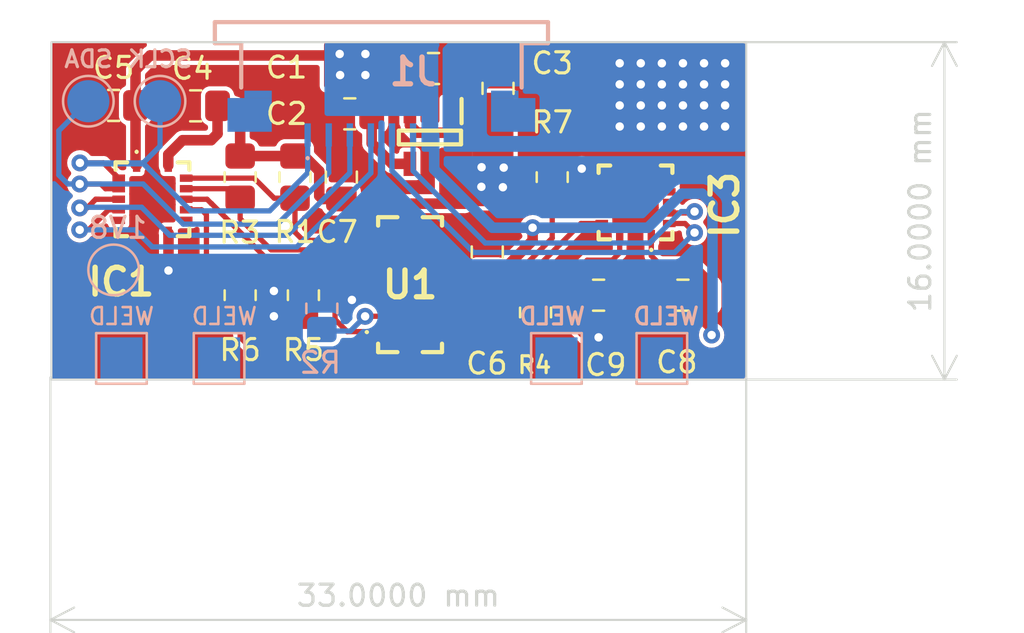
<source format=kicad_pcb>
(kicad_pcb (version 20221018) (generator pcbnew)
  (layers (0 "F.Cu" signal) (31 "B.Cu" signal) (34 "B.Paste" user) (35 "F.Paste" user) (36 "B.SilkS" user "B.Silkscreen") (37 "F.SilkS" user "F.Silkscreen") (38 "B.Mask" user) (39 "F.Mask" user) (44 "Edge.Cuts" user))
  (net 0 "")
  (net 1 "+3V3")
  (net 2 "GND")
  (net 3 "Net-(IC2-BYP{slash}ADJ)")
  (net 4 "+1V8")
  (net 5 "INT")
  (net 6 "SYNC")
  (net 7 "SDA")
  (net 8 "SCLCK")
  (net 11 "DUT_SCLCK")
  (net 12 "DUT_SDA")
  (net 13 "DUT_SYNC")
  (net 14 "DUT_INT")
  (net 15 "I2C_RESET")
  (net 16 "NCS")
  (net 23 "DUT_NCS")
  (net 24 "DUT_I2C_RESET")
  (net 25 "Net-(U1-XSHUT)")
  (footprint "Capacitor_SMD:C_0805_2012Metric_Pad1.18x1.45mm_HandSolder" (layer "F.Cu") (at 125 62 180)
    (fp_text reference "C5" (at 0 1.78) (layer "F.SilkS"))
    (fp_text value "100nF")
    (fp_line (start -0.261252 -0.735) (end 0.261252 -0.735) (stroke (width 0.12)) (layer "F.SilkS"))
    (fp_line (start -0.261252 0.735) (end 0.261252 0.735) (stroke (width 0.12)) (layer "F.SilkS"))
    (pad "1" smd roundrect (at -1.0375 0 180) (size 1.175 1.45) (layers "F.Cu" "F.Paste" "F.Mask") (roundrect_rratio 0.212766) (net 1 "+3V3"))
    (pad "2" smd roundrect (at 1.0375 0 180) (size 1.175 1.45) (layers "F.Cu" "F.Paste" "F.Mask") (roundrect_rratio 0.212766) (net 2 "GND"))
  )
  (footprint "Capacitor_SMD:C_0805_2012Metric_Pad1.18x1.45mm_HandSolder" (layer "F.Cu") (at 143.23 61.19 90)
    (fp_text reference "C3" (at 1.19 2.57 180) (layer "F.SilkS"))
    (fp_text value "100nF")
    (fp_line (start -0.261252 -0.735) (end 0.261252 -0.735) (stroke (width 0.12)) (layer "F.SilkS"))
    (fp_line (start -0.261252 0.735) (end 0.261252 0.735) (stroke (width 0.12)) (layer "F.SilkS"))
    (pad "1" smd roundrect (at -1.0375 0 90) (size 1.175 1.45) (layers "F.Cu" "F.Paste" "F.Mask") (roundrect_rratio 0.212766) (net 4 "+1V8"))
    (pad "2" smd roundrect (at 1.0375 0 90) (size 1.175 1.45) (layers "F.Cu" "F.Paste" "F.Mask") (roundrect_rratio 0.212766) (net 2 "GND"))
  )
  (footprint "SamacSys_Parts:VL53L8CXV0GC1" (layer "F.Cu") (at 139.058 70.5)
    (fp_text reference "U1" (at 0 0) (layer "F.SilkS") (effects (font (size 1.27 1.27) (thickness 0.254))))
    (fp_text value "VL53L8CXV0GC_1" hide)
    (fp_line (start -2.1 2.25) (end -2.1 2.25) (stroke (width 0.1)) (layer "F.SilkS"))
    (fp_line (start -2 2.25) (end -2 2.25) (stroke (width 0.1)) (layer "F.SilkS"))
    (fp_line (start -1.515 -3.2) (end -0.6 -3.2) (stroke (width 0.2)) (layer "F.SilkS"))
    (fp_line (start -1.515 -2.8) (end -1.515 -3.2) (stroke (width 0.2)) (layer "F.SilkS"))
    (fp_line (start -1.515 2.8) (end -1.515 3.2) (stroke (width 0.2)) (layer "F.SilkS"))
    (fp_line (start -1.515 3.2) (end -0.6 3.2) (stroke (width 0.2)) (layer "F.SilkS"))
    (fp_line (start 0.6 -3.2) (end 1.515 -3.2) (stroke (width 0.2)) (layer "F.SilkS"))
    (fp_line (start 1.515 -3.2) (end 1.515 -2.8) (stroke (width 0.2)) (layer "F.SilkS"))
    (fp_line (start 1.515 2.8) (end 1.515 3.2) (stroke (width 0.2)) (layer "F.SilkS"))
    (fp_line (start 1.515 3.2) (end 0.6 3.2) (stroke (width 0.2)) (layer "F.SilkS"))
    (fp_arc (start -2.1 2.25) (mid -2.05 2.2) (end -2 2.25) (stroke (width 0.1)) (layer "F.SilkS"))
    (fp_arc (start -2 2.25) (mid -2.05 2.3) (end -2.1 2.25) (stroke (width 0.1)) (layer "F.SilkS"))
    (pad "1" smd rect (at -0.9 2.55 90) (size 0.1 0.2) (layers "F.Cu" "F.Paste" "F.Mask"))
    (pad "A1" smd rect (at -1.058 2.25 90) (size 0.5 0.515) (layers "F.Cu" "F.Paste" "F.Mask") (net 14 "DUT_INT"))
    (pad "A2" smd rect (at -1.058 1.5 90) (size 0.5 0.515) (layers "F.Cu" "F.Paste" "F.Mask") (net 25 "Net-(U1-XSHUT)"))
    (pad "A3" smd rect (at -1.058 0.75 90) (size 0.5 0.515) (layers "F.Cu" "F.Paste" "F.Mask") (net 4 "+1V8"))
    (pad "A4" smd rect (at -1.058 0 90) (size 0.5 0.515) (layers "F.Cu" "F.Paste" "F.Mask") (net 12 "DUT_SDA"))
    (pad "A5" smd rect (at -1.058 -0.75 90) (size 0.5 0.515) (layers "F.Cu" "F.Paste" "F.Mask") (net 11 "DUT_SCLCK"))
    (pad "A6" smd rect (at -1.058 -1.5 90) (size 0.5 0.515) (layers "F.Cu" "F.Paste" "F.Mask") (net 2 "GND"))
    (pad "A7" smd rect (at -1.058 -2.25 90) (size 0.5 0.515) (layers "F.Cu" "F.Paste" "F.Mask") (net 2 "GND"))
    (pad "B1" smd rect (at 0 2.668) (size 0.5 0.535) (layers "F.Cu" "F.Paste" "F.Mask") (net 13 "DUT_SYNC"))
    (pad "B4" smd rect (at 0 0) (size 1.2 2.316) (layers "F.Cu" "F.Paste" "F.Mask") (net 2 "GND"))
    (pad "B7" smd rect (at 0 -2.668) (size 0.5 0.535) (layers "F.Cu" "F.Paste" "F.Mask") (net 4 "+1V8"))
    (pad "C1" smd rect (at 1.058 2.25 90) (size 0.5 0.515) (layers "F.Cu" "F.Paste" "F.Mask") (net 24 "DUT_I2C_RESET"))
    (pad "C2" smd rect (at 1.058 1.5 90) (size 0.5 0.515) (layers "F.Cu" "F.Paste" "F.Mask") (net 23 "DUT_NCS"))
    (pad "C3" smd rect (at 1.058 0.75 90) (size 0.5 0.515) (layers "F.Cu" "F.Paste" "F.Mask") (net 2 "GND"))
    (pad "C4" smd rect (at 1.058 0 90) (size 0.5 0.515) (layers "F.Cu" "F.Paste" "F.Mask") (net 1 "+3V3"))
    (pad "C5" smd rect (at 1.058 -0.75 90) (size 0.5 0.515) (layers "F.Cu" "F.Paste" "F.Mask"))
    (pad "C6" smd rect (at 1.058 -1.5 90) (size 0.5 0.515) (layers "F.Cu" "F.Paste" "F.Mask") (net 2 "GND"))
    (pad "C7" smd rect (at 1.058 -2.25 90) (size 0.5 0.515) (layers "F.Cu" "F.Paste" "F.Mask") (net 2 "GND"))
  )
  (footprint "Capacitor_SMD:C_0805_2012Metric_Pad1.18x1.45mm_HandSolder" (layer "F.Cu") (at 152 71 180)
    (fp_text reference "C8" (at 0.29 -3.18) (layer "F.SilkS"))
    (fp_text value "4uF7")
    (fp_line (start -0.261252 -0.735) (end 0.261252 -0.735) (stroke (width 0.12)) (layer "F.SilkS"))
    (fp_line (start -0.261252 0.735) (end 0.261252 0.735) (stroke (width 0.12)) (layer "F.SilkS"))
    (pad "1" smd roundrect (at -1.0375 0 180) (size 1.175 1.45) (layers "F.Cu" "F.Paste" "F.Mask") (roundrect_rratio 0.212766) (net 1 "+3V3"))
    (pad "2" smd roundrect (at 1.0375 0 180) (size 1.175 1.45) (layers "F.Cu" "F.Paste" "F.Mask") (roundrect_rratio 0.212766) (net 2 "GND"))
  )
  (footprint "Resistor_SMD:R_0805_2012Metric_Pad1.20x1.40mm_HandSolder" (layer "F.Cu") (at 131 65.4 90)
    (fp_text reference "R3" (at -2.63 -0.02 180) (layer "F.SilkS"))
    (fp_text value "47K")
    (fp_line (start -0.227064 -0.735) (end 0.227064 -0.735) (stroke (width 0.12)) (layer "F.SilkS"))
    (fp_line (start -0.227064 0.735) (end 0.227064 0.735) (stroke (width 0.12)) (layer "F.SilkS"))
    (pad "1" smd roundrect (at -1 0 90) (size 1.2 1.4) (layers "F.Cu" "F.Paste" "F.Mask") (roundrect_rratio 0.208333) (net 12 "DUT_SDA"))
    (pad "2" smd roundrect (at 1 0 90) (size 1.2 1.4) (layers "F.Cu" "F.Paste" "F.Mask") (roundrect_rratio 0.208333) (net 4 "+1V8"))
  )
  (footprint "SamacSys_Parts:PI4ULS3V204ZBEX" (layer "F.Cu") (at 126.84 66.45 -90)
    (fp_text reference "IC1" (at 3.92 1.48 -180) (layer "F.SilkS") (effects (font (size 1.27 1.27) (thickness 0.254))))
    (fp_text value "PI4ULS3V204ZBEX" hide)
    (fp_line (start -2.3 0.75) (end -2.3 0.75) (stroke (width 0.1)) (layer "F.SilkS"))
    (fp_line (start -2.2 0.75) (end -2.2 0.75) (stroke (width 0.1)) (layer "F.SilkS"))
    (fp_line (start -1.75 -1.75) (end -1.4 -1.75) (stroke (width 0.2)) (layer "F.SilkS"))
    (fp_line (start -1.75 -1.2) (end -1.75 -1.75) (stroke (width 0.2)) (layer "F.SilkS"))
    (fp_line (start -1.75 1.2) (end -1.75 1.75) (stroke (width 0.2)) (layer "F.SilkS"))
    (fp_line (start -1.75 1.75) (end -1.4 1.75) (stroke (width 0.2)) (layer "F.SilkS"))
    (fp_line (start 1.4 1.75) (end 1.75 1.75) (stroke (width 0.2)) (layer "F.SilkS"))
    (fp_line (start 1.75 -1.75) (end 1.4 -1.75) (stroke (width 0.2)) (layer "F.SilkS"))
    (fp_line (start 1.75 -1.2) (end 1.75 -1.75) (stroke (width 0.2)) (layer "F.SilkS"))
    (fp_line (start 1.75 1.75) (end 1.75 1.2) (stroke (width 0.2)) (layer "F.SilkS"))
    (fp_arc (start -2.3 0.75) (mid -2.25 0.7) (end -2.2 0.75) (stroke (width 0.1)) (layer "F.SilkS"))
    (fp_arc (start -2.2 0.75) (mid -2.25 0.8) (end -2.3 0.75) (stroke (width 0.1)) (layer "F.SilkS"))
    (pad "1" smd rect (at -1.6 0.75) (size 0.35 0.6) (layers "F.Cu" "F.Paste" "F.Mask") (net 1 "+3V3"))
    (pad "2" smd rect (at -1 1.6 270) (size 0.35 0.6) (layers "F.Cu" "F.Paste" "F.Mask") (net 8 "SCLCK"))
    (pad "3" smd rect (at -0.5 1.6 270) (size 0.35 0.6) (layers "F.Cu" "F.Paste" "F.Mask") (net 7 "SDA"))
    (pad "4" smd rect (at 0 1.6 270) (size 0.35 0.6) (layers "F.Cu" "F.Paste" "F.Mask") (net 5 "INT"))
    (pad "5" smd rect (at 0.5 1.6 270) (size 0.35 0.6) (layers "F.Cu" "F.Paste" "F.Mask") (net 6 "SYNC"))
    (pad "6" smd rect (at 1 1.6 270) (size 0.35 0.6) (layers "F.Cu" "F.Paste" "F.Mask"))
    (pad "7" smd rect (at 1.6 0.75) (size 0.35 0.6) (layers "F.Cu" "F.Paste" "F.Mask") (net 2 "GND"))
    (pad "8" smd rect (at 1.6 -0.75) (size 0.35 0.6) (layers "F.Cu" "F.Paste" "F.Mask") (net 4 "+1V8"))
    (pad "9" smd rect (at 1 -1.6 270) (size 0.35 0.6) (layers "F.Cu" "F.Paste" "F.Mask"))
    (pad "10" smd rect (at 0.5 -1.6 270) (size 0.35 0.6) (layers "F.Cu" "F.Paste" "F.Mask") (net 13 "DUT_SYNC"))
    (pad "11" smd rect (at 0 -1.6 270) (size 0.35 0.6) (layers "F.Cu" "F.Paste" "F.Mask") (net 14 "DUT_INT"))
    (pad "12" smd rect (at -0.5 -1.6 270) (size 0.35 0.6) (layers "F.Cu" "F.Paste" "F.Mask") (net 12 "DUT_SDA"))
    (pad "13" smd rect (at -1 -1.6 270) (size 0.35 0.6) (layers "F.Cu" "F.Paste" "F.Mask") (net 11 "DUT_SCLCK"))
    (pad "14" smd rect (at -1.6 -0.75) (size 0.35 0.6) (layers "F.Cu" "F.Paste" "F.Mask") (net 4 "+1V8"))
    (pad "15" smd rect (at 0 0 270) (size 2.1 2.1) (layers "F.Cu" "F.Paste" "F.Mask") (net 2 "GND"))
  )
  (footprint "Capacitor_SMD:C_0805_2012Metric_Pad1.18x1.45mm_HandSolder" (layer "F.Cu") (at 135.8 65.4 90)
    (fp_text reference "C7" (at -2.6 -0.2) (layer "F.SilkS"))
    (fp_text value "100nF")
    (fp_line (start -0.261252 -0.735) (end 0.261252 -0.735) (stroke (width 0.12)) (layer "F.SilkS"))
    (fp_line (start -0.261252 0.735) (end 0.261252 0.735) (stroke (width 0.12)) (layer "F.SilkS"))
    (pad "1" smd roundrect (at -1.0375 0 90) (size 1.175 1.45) (layers "F.Cu" "F.Paste" "F.Mask") (roundrect_rratio 0.212766) (net 4 "+1V8"))
    (pad "2" smd roundrect (at 1.0375 0 90) (size 1.175 1.45) (layers "F.Cu" "F.Paste" "F.Mask") (roundrect_rratio 0.212766) (net 2 "GND"))
  )
  (footprint "Resistor_SMD:R_0805_2012Metric_Pad1.20x1.40mm_HandSolder" (layer "F.Cu") (at 131 71 90)
    (fp_text reference "R6" (at -2.6 0 180) (layer "F.SilkS"))
    (fp_text value "2K2")
    (fp_line (start -0.227064 -0.735) (end 0.227064 -0.735) (stroke (width 0.12)) (layer "F.SilkS"))
    (fp_line (start -0.227064 0.735) (end 0.227064 0.735) (stroke (width 0.12)) (layer "F.SilkS"))
    (pad "1" smd roundrect (at -1 0 90) (size 1.2 1.4) (layers "F.Cu" "F.Paste" "F.Mask") (roundrect_rratio 0.208333) (net 13 "DUT_SYNC"))
    (pad "2" smd roundrect (at 1 0 90) (size 1.2 1.4) (layers "F.Cu" "F.Paste" "F.Mask") (roundrect_rratio 0.208333) (net 4 "+1V8"))
  )
  (footprint "Resistor_SMD:R_0805_2012Metric_Pad1.20x1.40mm_HandSolder" (layer "F.Cu") (at 145.01 71.82 -90)
    (fp_text reference "R4" (at 2.49 0.05) (layer "F.SilkS") (effects (font (size 0.8 0.8))))
    (fp_text value "47K")
    (fp_line (start -0.227064 -0.735) (end 0.227064 -0.735) (stroke (width 0.12)) (layer "F.SilkS"))
    (fp_line (start -0.227064 0.735) (end 0.227064 0.735) (stroke (width 0.12)) (layer "F.SilkS"))
    (pad "1" smd roundrect (at -1 0 270) (size 1.2 1.4) (layers "F.Cu" "F.Paste" "F.Mask") (roundrect_rratio 0.208333) (net 24 "DUT_I2C_RESET"))
    (pad "2" smd roundrect (at 1 0 270) (size 1.2 1.4) (layers "F.Cu" "F.Paste" "F.Mask") (roundrect_rratio 0.208333) (net 2 "GND"))
  )
  (footprint "Capacitor_SMD:C_0805_2012Metric_Pad1.18x1.45mm_HandSolder" (layer "F.Cu") (at 128.89 62.02 180)
    (fp_text reference "C4" (at 0.15 1.76) (layer "F.SilkS"))
    (fp_text value "100nF")
    (fp_line (start -0.261252 -0.735) (end 0.261252 -0.735) (stroke (width 0.12)) (layer "F.SilkS"))
    (fp_line (start -0.261252 0.735) (end 0.261252 0.735) (stroke (width 0.12)) (layer "F.SilkS"))
    (pad "1" smd roundrect (at -1.0375 0 180) (size 1.175 1.45) (layers "F.Cu" "F.Paste" "F.Mask") (roundrect_rratio 0.212766) (net 4 "+1V8"))
    (pad "2" smd roundrect (at 1.0375 0 180) (size 1.175 1.45) (layers "F.Cu" "F.Paste" "F.Mask") (roundrect_rratio 0.212766) (net 2 "GND"))
  )
  (footprint "Resistor_SMD:R_0805_2012Metric_Pad1.20x1.40mm_HandSolder" (layer "F.Cu") (at 133.6 65.4 90)
    (fp_text reference "R1" (at -2.6 0) (layer "F.SilkS"))
    (fp_text value "47K")
    (fp_line (start -0.227064 -0.735) (end 0.227064 -0.735) (stroke (width 0.12)) (layer "F.SilkS"))
    (fp_line (start -0.227064 0.735) (end 0.227064 0.735) (stroke (width 0.12)) (layer "F.SilkS"))
    (pad "1" smd roundrect (at -1 0 90) (size 1.2 1.4) (layers "F.Cu" "F.Paste" "F.Mask") (roundrect_rratio 0.208333) (net 11 "DUT_SCLCK"))
    (pad "2" smd roundrect (at 1 0 90) (size 1.2 1.4) (layers "F.Cu" "F.Paste" "F.Mask") (roundrect_rratio 0.208333) (net 4 "+1V8"))
  )
  (footprint "Capacitor_SMD:C_0805_2012Metric_Pad1.18x1.45mm_HandSolder" (layer "F.Cu") (at 148 71 180)
    (fp_text reference "C9" (at -0.34 -3.31) (layer "F.SilkS"))
    (fp_text value "100nF")
    (fp_line (start -0.261252 -0.735) (end 0.261252 -0.735) (stroke (width 0.12)) (layer "F.SilkS"))
    (fp_line (start -0.261252 0.735) (end 0.261252 0.735) (stroke (width 0.12)) (layer "F.SilkS"))
    (pad "1" smd roundrect (at -1.0375 0 180) (size 1.175 1.45) (layers "F.Cu" "F.Paste" "F.Mask") (roundrect_rratio 0.212766) (net 2 "GND"))
    (pad "2" smd roundrect (at 1.0375 0 180) (size 1.175 1.45) (layers "F.Cu" "F.Paste" "F.Mask") (roundrect_rratio 0.212766) (net 4 "+1V8"))
  )
  (footprint "Capacitor_SMD:C_0805_2012Metric_Pad1.18x1.45mm_HandSolder" (layer "F.Cu") (at 136.2 62.4 180)
    (fp_text reference "C2" (at 3 0 180) (layer "F.SilkS"))
    (fp_text value "100nF")
    (fp_line (start -0.261252 -0.735) (end 0.261252 -0.735) (stroke (width 0.12)) (layer "F.SilkS"))
    (fp_line (start -0.261252 0.735) (end 0.261252 0.735) (stroke (width 0.12)) (layer "F.SilkS"))
    (pad "1" smd roundrect (at -1.0375 0 180) (size 1.175 1.45) (layers "F.Cu" "F.Paste" "F.Mask") (roundrect_rratio 0.212766) (net 3 "Net-(IC2-BYP{slash}ADJ)"))
    (pad "2" smd roundrect (at 1.0375 0 180) (size 1.175 1.45) (layers "F.Cu" "F.Paste" "F.Mask") (roundrect_rratio 0.212766) (net 2 "GND"))
  )
  (footprint "Resistor_SMD:R_0805_2012Metric_Pad1.20x1.40mm_HandSolder" (layer "F.Cu") (at 134 71 -90)
    (fp_text reference "R5" (at 2.6 0 -180) (layer "F.SilkS"))
    (fp_text value "2K2")
    (fp_line (start -0.227064 -0.735) (end 0.227064 -0.735) (stroke (width 0.12)) (layer "F.SilkS"))
    (fp_line (start -0.227064 0.735) (end 0.227064 0.735) (stroke (width 0.12)) (layer "F.SilkS"))
    (pad "1" smd roundrect (at -1 0 270) (size 1.2 1.4) (layers "F.Cu" "F.Paste" "F.Mask") (roundrect_rratio 0.208333) (net 14 "DUT_INT"))
    (pad "2" smd roundrect (at 1 0 270) (size 1.2 1.4) (layers "F.Cu" "F.Paste" "F.Mask") (roundrect_rratio 0.208333) (net 4 "+1V8"))
  )
  (footprint "Capacitor_SMD:C_0805_2012Metric_Pad1.18x1.45mm_HandSolder" (layer "F.Cu") (at 142.72 68.95 90)
    (fp_text reference "C6" (at -5.29 -0.02 180) (layer "F.SilkS"))
    (fp_text value "100nF")
    (fp_line (start -0.261252 -0.735) (end 0.261252 -0.735) (stroke (width 0.12)) (layer "F.SilkS"))
    (fp_line (start -0.261252 0.735) (end 0.261252 0.735) (stroke (width 0.12)) (layer "F.SilkS"))
    (pad "1" smd roundrect (at -1.0375 0 90) (size 1.175 1.45) (layers "F.Cu" "F.Paste" "F.Mask") (roundrect_rratio 0.212766) (net 1 "+3V3"))
    (pad "2" smd roundrect (at 1.0375 0 90) (size 1.175 1.45) (layers "F.Cu" "F.Paste" "F.Mask") (roundrect_rratio 0.212766) (net 2 "GND"))
  )
  (footprint "SamacSys_Parts:PI4ULS3V204ZBEX" (layer "F.Cu") (at 149.75 66.6 90)
    (fp_text reference "IC3" (at -0.12 4.23 90) (layer "F.SilkS") (effects (font (size 1.27 1.27) (thickness 0.254))))
    (fp_text value "PI4ULS3V204ZBEX" hide)
    (fp_line (start -2.3 0.75) (end -2.3 0.75) (stroke (width 0.1)) (layer "F.SilkS"))
    (fp_line (start -2.2 0.75) (end -2.2 0.75) (stroke (width 0.1)) (layer "F.SilkS"))
    (fp_line (start -1.75 -1.75) (end -1.4 -1.75) (stroke (width 0.2)) (layer "F.SilkS"))
    (fp_line (start -1.75 -1.2) (end -1.75 -1.75) (stroke (width 0.2)) (layer "F.SilkS"))
    (fp_line (start -1.75 1.2) (end -1.75 1.75) (stroke (width 0.2)) (layer "F.SilkS"))
    (fp_line (start -1.75 1.75) (end -1.4 1.75) (stroke (width 0.2)) (layer "F.SilkS"))
    (fp_line (start 1.4 1.75) (end 1.75 1.75) (stroke (width 0.2)) (layer "F.SilkS"))
    (fp_line (start 1.75 -1.75) (end 1.4 -1.75) (stroke (width 0.2)) (layer "F.SilkS"))
    (fp_line (start 1.75 -1.2) (end 1.75 -1.75) (stroke (width 0.2)) (layer "F.SilkS"))
    (fp_line (start 1.75 1.75) (end 1.75 1.2) (stroke (width 0.2)) (layer "F.SilkS"))
    (fp_arc (start -2.3 0.75) (mid -2.25 0.7) (end -2.2 0.75) (stroke (width 0.1)) (layer "F.SilkS"))
    (fp_arc (start -2.2 0.75) (mid -2.25 0.8) (end -2.3 0.75) (stroke (width 0.1)) (layer "F.SilkS"))
    (pad "1" smd rect (at -1.6 0.75 180) (size 0.35 0.6) (layers "F.Cu" "F.Paste" "F.Mask") (net 1 "+3V3"))
    (pad "2" smd rect (at -1 1.6 90) (size 0.35 0.6) (layers "F.Cu" "F.Paste" "F.Mask") (net 15 "I2C_RESET"))
    (pad "3" smd rect (at -0.5 1.6 90) (size 0.35 0.6) (layers "F.Cu" "F.Paste" "F.Mask") (net 16 "NCS"))
    (pad "4" smd rect (at 0 1.6 90) (size 0.35 0.6) (layers "F.Cu" "F.Paste" "F.Mask"))
    (pad "5" smd rect (at 0.5 1.6 90) (size 0.35 0.6) (layers "F.Cu" "F.Paste" "F.Mask"))
    (pad "6" smd rect (at 1 1.6 90) (size 0.35 0.6) (layers "F.Cu" "F.Paste" "F.Mask"))
    (pad "7" smd rect (at 1.6 0.75 180) (size 0.35 0.6) (layers "F.Cu" "F.Paste" "F.Mask") (net 2 "GND"))
    (pad "8" smd rect (at 1.6 -0.75 180) (size 0.35 0.6) (layers "F.Cu" "F.Paste" "F.Mask") (net 4 "+1V8"))
    (pad "9" smd rect (at 1 -1.6 90) (size 0.35 0.6) (layers "F.Cu" "F.Paste" "F.Mask"))
    (pad "10" smd rect (at 0.5 -1.6 90) (size 0.35 0.6) (layers "F.Cu" "F.Paste" "F.Mask"))
    (pad "11" smd rect (at 0 -1.6 90) (size 0.35 0.6) (layers "F.Cu" "F.Paste" "F.Mask"))
    (pad "12" smd rect (at -0.5 -1.6 90) (size 0.35 0.6) (layers "F.Cu" "F.Paste" "F.Mask") (net 23 "DUT_NCS"))
    (pad "13" smd rect (at -1 -1.6 90) (size 0.35 0.6) (layers "F.Cu" "F.Paste" "F.Mask") (net 24 "DUT_I2C_RESET"))
    (pad "14" smd rect (at -1.6 -0.75 180) (size 0.35 0.6) (layers "F.Cu" "F.Paste" "F.Mask") (net 4 "+1V8"))
    (pad "15" smd rect (at 0 0 90) (size 2.1 2.1) (layers "F.Cu" "F.Paste" "F.Mask") (net 2 "GND"))
  )
  (footprint "SamacSys_Parts:SOT95P280X145-5N" (layer "F.Cu") (at 140 63.52 -90)
    (fp_text reference "IC2" hide)
    (fp_text value "LDK130M18RY" hide)
    (fp_line (start -1.825 -1.5) (end -0.675 -1.5) (stroke (width 0.2)) (layer "F.SilkS"))
    (fp_line (start -0.325 -1.475) (end 0.325 -1.475) (stroke (width 0.2)) (layer "F.SilkS"))
    (fp_line (start -0.325 1.475) (end -0.325 -1.475) (stroke (width 0.2)) (layer "F.SilkS"))
    (fp_line (start 0.325 -1.475) (end 0.325 1.475) (stroke (width 0.2)) (layer "F.SilkS"))
    (fp_line (start 0.325 1.475) (end -0.325 1.475) (stroke (width 0.2)) (layer "F.SilkS"))
    (pad "1" smd rect (at -1.25 -0.95) (size 0.6 1.15) (layers "F.Cu" "F.Paste" "F.Mask") (net 1 "+3V3"))
    (pad "2" smd rect (at -1.25 0) (size 0.6 1.15) (layers "F.Cu" "F.Paste" "F.Mask") (net 2 "GND"))
    (pad "3" smd rect (at -1.25 0.95) (size 0.6 1.15) (layers "F.Cu" "F.Paste" "F.Mask") (net 1 "+3V3"))
    (pad "4" smd rect (at 1.25 0.95) (size 0.6 1.15) (layers "F.Cu" "F.Paste" "F.Mask") (net 3 "Net-(IC2-BYP{slash}ADJ)"))
    (pad "5" smd rect (at 1.25 -0.95) (size 0.6 1.15) (layers "F.Cu" "F.Paste" "F.Mask") (net 4 "+1V8"))
  )
  (footprint "Capacitor_SMD:C_0805_2012Metric_Pad1.18x1.45mm_HandSolder" (layer "F.Cu") (at 140.17 60.25)
    (fp_text reference "C1" (at -6.97 -0.05 180) (layer "F.SilkS"))
    (fp_text value "100nF")
    (fp_line (start -0.261252 -0.735) (end 0.261252 -0.735) (stroke (width 0.12)) (layer "F.SilkS"))
    (fp_line (start -0.261252 0.735) (end 0.261252 0.735) (stroke (width 0.12)) (layer "F.SilkS"))
    (pad "1" smd roundrect (at -1.0375 0) (size 1.175 1.45) (layers "F.Cu" "F.Paste" "F.Mask") (roundrect_rratio 0.212766) (net 1 "+3V3"))
    (pad "2" smd roundrect (at 1.0375 0) (size 1.175 1.45) (layers "F.Cu" "F.Paste" "F.Mask") (roundrect_rratio 0.212766) (net 2 "GND"))
  )
  (footprint "Resistor_SMD:R_0805_2012Metric_Pad1.20x1.40mm_HandSolder" (layer "F.Cu") (at 145.8 65.4 90)
    (fp_text reference "R7" (at 2.6 0) (layer "F.SilkS"))
    (fp_text value "47K")
    (fp_line (start -0.227064 -0.735) (end 0.227064 -0.735) (stroke (width 0.12)) (layer "F.SilkS"))
    (fp_line (start -0.227064 0.735) (end 0.227064 0.735) (stroke (width 0.12)) (layer "F.SilkS"))
    (pad "1" smd roundrect (at -1 0 90) (size 1.2 1.4) (layers "F.Cu" "F.Paste" "F.Mask") (roundrect_rratio 0.208333) (net 23 "DUT_NCS"))
    (pad "2" smd roundrect (at 1 0 90) (size 1.2 1.4) (layers "F.Cu" "F.Paste" "F.Mask") (roundrect_rratio 0.208333) (net 2 "GND"))
  )
  (footprint "Resistor_SMD:R_0805_2012Metric_Pad1.20x1.40mm_HandSolder" (layer "B.Cu") (at 134.874 71.628 90)
    (fp_text reference "R2" (at -2.572 -0.074 180) (layer "B.SilkS") (effects (justify mirror)))
    (fp_text value "47K")
    (fp_line (start -0.227064 -0.735) (end 0.227064 -0.735) (stroke (width 0.12)) (layer "B.SilkS"))
    (fp_line (start -0.227064 0.735) (end 0.227064 0.735) (stroke (width 0.12)) (layer "B.SilkS"))
    (pad "1" smd roundrect (at -1 0 90) (size 1.2 1.4) (layers "B.Cu" "B.Paste" "B.Mask") (roundrect_rratio 0.208333) (net 25 "Net-(U1-XSHUT)"))
    (pad "2" smd roundrect (at 1 0 90) (size 1.2 1.4) (layers "B.Cu" "B.Paste" "B.Mask") (roundrect_rratio 0.208333) (net 4 "+1V8"))
  )
  (footprint "TestPoint:TestPoint_Pad_2.0x2.0mm" (layer "B.Cu") (at 151 74 180)
    (fp_text reference "WELD" (at -0.2 2) (layer "B.SilkS") (effects (font (size 0.8 0.8)) (justify mirror)))
    (fp_text value "WELD")
    (fp_line (start -1.2 -1.2) (end -1.2 1.2) (stroke (width 0.12)) (layer "B.SilkS"))
    (fp_line (start -1.2 1.2) (end 1.2 1.2) (stroke (width 0.12)) (layer "B.SilkS"))
    (fp_line (start 1.2 -1.2) (end -1.2 -1.2) (stroke (width 0.12)) (layer "B.SilkS"))
    (fp_line (start 1.2 1.2) (end 1.2 -1.2) (stroke (width 0.12)) (layer "B.SilkS"))
    (pad "1" smd rect (at 0 0 180) (size 2 2) (layers "B.Cu" "B.Mask"))
  )
  (footprint "TestPoint:TestPoint_Pad_2.0x2.0mm" (layer "B.Cu") (at 125.37 74 180)
    (fp_text reference "WELD" (at 0 2) (layer "B.SilkS") (effects (font (size 0.8 0.8) (thickness 0.125)) (justify mirror)))
    (fp_text value "WELD")
    (fp_line (start -1.2 -1.2) (end -1.2 1.2) (stroke (width 0.12)) (layer "B.SilkS"))
    (fp_line (start -1.2 1.2) (end 1.2 1.2) (stroke (width 0.12)) (layer "B.SilkS"))
    (fp_line (start 1.2 -1.2) (end -1.2 -1.2) (stroke (width 0.12)) (layer "B.SilkS"))
    (fp_line (start 1.2 1.2) (end 1.2 -1.2) (stroke (width 0.12)) (layer "B.SilkS"))
    (pad "1" smd rect (at 0 0 180) (size 2 2) (layers "B.Cu" "B.Mask"))
  )
  (footprint "TestPoint:TestPoint_Pad_2.0x2.0mm" (layer "B.Cu") (at 130 74 180)
    (fp_text reference "WELD" (at -0.25 2) (layer "B.SilkS") (effects (font (size 0.8 0.8) (thickness 0.125)) (justify mirror)))
    (fp_text value "WELD")
    (fp_line (start -1.2 -1.2) (end -1.2 1.2) (stroke (width 0.12)) (layer "B.SilkS"))
    (fp_line (start -1.2 1.2) (end 1.2 1.2) (stroke (width 0.12)) (layer "B.SilkS"))
    (fp_line (start 1.2 -1.2) (end -1.2 -1.2) (stroke (width 0.12)) (layer "B.SilkS"))
    (fp_line (start 1.2 1.2) (end 1.2 -1.2) (stroke (width 0.12)) (layer "B.SilkS"))
    (pad "1" smd rect (at 0 0 180) (size 2 2) (layers "B.Cu" "B.Mask"))
  )
  (footprint "TestPoint:TestPoint_Pad_D2.0mm" (layer "B.Cu") (at 123.8 61.8 180)
    (fp_text reference "SDA" (at 0 2) (layer "B.SilkS") (effects (font (size 0.8 0.8)) (justify mirror)))
    (fp_text value "SDA_test" hide)
    (fp_circle (center 0 0) (end 0 -1.2) (stroke (width 0.12)) (fill none) (layer "B.SilkS"))
    (pad "1" smd circle (at 0 0 180) (size 2 2) (layers "B.Cu" "B.Mask") (net 7 "SDA"))
  )
  (footprint "TestPoint:TestPoint_Pad_2.0x2.0mm" (layer "B.Cu") (at 146 74 180)
    (fp_text reference "WELD" (at 0.2 2) (layer "B.SilkS") (effects (font (size 0.8 0.8)) (justify mirror)))
    (fp_text value "WELD")
    (fp_line (start -1.2 -1.2) (end -1.2 1.2) (stroke (width 0.12)) (layer "B.SilkS"))
    (fp_line (start -1.2 1.2) (end 1.2 1.2) (stroke (width 0.12)) (layer "B.SilkS"))
    (fp_line (start 1.2 -1.2) (end -1.2 -1.2) (stroke (width 0.12)) (layer "B.SilkS"))
    (fp_line (start 1.2 1.2) (end 1.2 -1.2) (stroke (width 0.12)) (layer "B.SilkS"))
    (pad "1" smd rect (at 0 0 180) (size 2 2) (layers "B.Cu" "B.Mask"))
  )
  (footprint "SamacSys_Parts:F52R1A7H111008" (layer "B.Cu") (at 137.7 60.4)
    (fp_text reference "J1" (at 1.5 0) (layer "B.SilkS") (effects (font (size 1.27 1.27) (thickness 0.254)) (justify mirror)))
    (fp_text value "F52R-1A7H1-11008" hide)
    (fp_line (start -7.9 -2.35) (end -7.9 -1.35) (stroke (width 0.2)) (layer "B.SilkS"))
    (fp_line (start -7.9 -1.35) (end -6.65 -1.35) (stroke (width 0.2)) (layer "B.SilkS"))
    (fp_line (start -6.65 -1.35) (end -6.65 0.75) (stroke (width 0.2)) (layer "B.SilkS"))
    (fp_line (start -3.5 4.05) (end -3.5 4.05) (stroke (width 0.1)) (layer "B.SilkS"))
    (fp_line (start -3.5 4.15) (end -3.5 4.15) (stroke (width 0.1)) (layer "B.SilkS"))
    (fp_line (start 6.65 -1.35) (end 7.9 -1.35) (stroke (width 0.2)) (layer "B.SilkS"))
    (fp_line (start 6.65 0.75) (end 6.65 -1.35) (stroke (width 0.2)) (layer "B.SilkS"))
    (fp_line (start 7.9 -2.35) (end -7.9 -2.35) (stroke (width 0.2)) (layer "B.SilkS"))
    (fp_line (start 7.9 -1.35) (end 7.9 -2.35) (stroke (width 0.2)) (layer "B.SilkS"))
    (fp_arc (start -3.5 4.05) (mid -3.45 4.1) (end -3.5 4.15) (stroke (width 0.1)) (layer "B.SilkS"))
    (fp_arc (start -3.5 4.15) (mid -3.55 4.1) (end -3.5 4.05) (stroke (width 0.1)) (layer "B.SilkS"))
    (pad "1" smd rect (at -3.5 3) (size 0.3 1.1) (layers "B.Cu" "B.Paste" "B.Mask") (net 8 "SCLCK"))
    (pad "2" smd rect (at -2.5 3) (size 0.3 1.1) (layers "B.Cu" "B.Paste" "B.Mask") (net 7 "SDA"))
    (pad "3" smd rect (at -1.5 3) (size 0.3 1.1) (layers "B.Cu" "B.Paste" "B.Mask") (net 5 "INT"))
    (pad "4" smd rect (at -0.5 3) (size 0.3 1.1) (layers "B.Cu" "B.Paste" "B.Mask") (net 6 "SYNC"))
    (pad "5" smd rect (at 0.5 3) (size 0.3 1.1) (layers "B.Cu" "B.Paste" "B.Mask") (net 15 "I2C_RESET"))
    (pad "6" smd rect (at 1.5 3) (size 0.3 1.1) (layers "B.Cu" "B.Paste" "B.Mask") (net 16 "NCS"))
    (pad "7" smd rect (at 2.5 3) (size 0.3 1.1) (layers "B.Cu" "B.Paste" "B.Mask") (net 1 "+3V3"))
    (pad "8" smd rect (at 3.5 3) (size 0.3 1.1) (layers "B.Cu" "B.Paste" "B.Mask") (net 2 "GND"))
    (pad "MP1" smd rect (at -6.25 2.05 270) (size 1.6 2.1) (layers "B.Cu" "B.Paste" "B.Mask"))
    (pad "MP2" smd rect (at 6.25 2.05 270) (size 1.6 2.1) (layers "B.Cu" "B.Paste" "B.Mask"))
    (pad "MP3" smd rect (at -5.85 1.075 270) (size 0.35 1.3) (layers "B.Cu" "B.Paste" "B.Mask"))
    (pad "MP4" smd rect (at 5.85 1.075 270) (size 0.35 1.3) (layers "B.Cu" "B.Paste" "B.Mask"))
  )
  (footprint "TestPoint:TestPoint_Pad_D2.0mm" (layer "B.Cu") (at 125 69.8 180)
    (fp_text reference "1V8" (at -0.2 1.998) (layer "B.SilkS") (effects (justify mirror)))
    (fp_text value "1V8_test")
    (fp_circle (center 0 0) (end 0 -1.2) (stroke (width 0.12)) (fill none) (layer "B.SilkS"))
    (pad "1" smd circle (at 0 0 180) (size 2 2) (layers "B.Cu" "B.Mask") (net 4 "+1V8"))
  )
  (footprint "TestPoint:TestPoint_Pad_D2.0mm" (layer "B.Cu") (at 127.2 61.8 180)
    (fp_text reference "SCLK" (at 0 2) (layer "B.SilkS") (effects (font (size 0.8 0.8)) (justify mirror)))
    (fp_text value "SCL_test" hide)
    (fp_circle (center 0 0) (end 0 -1.2) (stroke (width 0.12)) (fill none) (layer "B.SilkS"))
    (pad "1" smd circle (at 0 0 180) (size 2 2) (layers "B.Cu" "B.Mask") (net 8 "SCLCK"))
  )
  (gr_rect (start 122.05 59) (end 155 75) (stroke (width 0.1)) (fill none) (layer "Edge.Cuts"))
  (dimension (type aligned) (layer "Edge.Cuts") (pts (xy 154.4 59) (xy 154.4 75)) (height -10) (gr_text "16.0000 mm" (at 163.25 67 90) (layer "Edge.Cuts") (effects (font (size 1 1) (thickness 0.15)))) (format (prefix "") (suffix "") (units 3) (units_format 1) (precision 4)) (style (thickness 0.1) (arrow_length 1.27) (text_position_mode 0) (extension_height 0.58642) (extension_offset 0.5) keep_text_aligned))
  (dimension (type aligned) (layer "Edge.Cuts") (pts (xy 122 74.4) (xy 155 74.4)) (height 12) (gr_text "33.0000 mm" (at 138.5 85.25) (layer "Edge.Cuts") (effects (font (size 1 1) (thickness 0.15)))) (format (prefix "") (suffix "") (units 3) (units_format 1) (precision 4)) (style (thickness 0.1) (arrow_length 1.27) (text_position_mode 0) (extension_height 0.58642) (extension_offset 0.5) keep_text_aligned))
  (segment (start 140.95 62.27) (end 140.95 63.095) (width 0.5) (layer "F.Cu") (net 1))
  (segment (start 126.0375 62) (end 126.0375 64.7975) (width 0.5) (layer "F.Cu") (net 1))
  (segment (start 153.0375 72.4275) (end 153.0375 71.8375) (width 0.25) (layer "F.Cu") (net 1))
  (segment (start 153.36 72.89) (end 153.36 72.75) (width 0.25) (layer "F.Cu") (net 1))
  (segment (start 153.0375 71.8375) (end 153.0375 70.0075) (width 0.25) (layer "F.Cu") (net 1))
  (segment (start 142.7075 70) (end 141.2735 70) (width 0.5) (layer "F.Cu") (net 1))
  (segment (start 144.87 68.406828) (end 144.87 67.8) (width 0.5) (layer "F.Cu") (net 1))
  (segment (start 126.0375 64.7975) (end 126.09 64.85) (width 0.5) (layer "F.Cu") (net 1))
  (segment (start 126.0375 60.3225) (end 126.0375 62) (width 0.5) (layer "F.Cu") (net 1))
  (segment (start 139.1325 59.7) (end 139.1325 60.25) (width 0.25) (layer "F.Cu") (net 1))
  (segment (start 135.74 59.63) (end 126.73 59.63) (width 0.5) (layer "F.Cu") (net 1))
  (segment (start 139.1425 59.69) (end 139.1325 59.7) (width 0.25) (layer "F.Cu") (net 1))
  (segment (start 143.289327 69.9875) (end 144.87 68.406828) (width 0.5) (layer "F.Cu") (net 1))
  (segment (start 152.51 69.48) (end 150.85 69.48) (width 0.25) (layer "F.Cu") (net 1))
  (segment (start 150.85 69.48) (end 150.5 69.13) (width 0.25) (layer "F.Cu") (net 1))
  (segment (start 139.05 60.3325) (end 139.1325 60.25) (width 0.5) (layer "F.Cu") (net 1))
  (segment (start 153.0375 71.8375) (end 153.0375 71) (width 0.25) (layer "F.Cu") (net 1))
  (segment (start 140.75 63.295) (end 139.405 63.295) (width 0.5) (layer "F.Cu") (net 1))
  (segment (start 150.5 69.13) (end 150.5 68.2) (width 0.25) (layer "F.Cu") (net 1))
  (segment (start 153.0375 70.0075) (end 152.51 69.48) (width 0.25) (layer "F.Cu") (net 1))
  (segment (start 153.36 72.75) (end 153.0375 72.4275) (width 0.25) (layer "F.Cu") (net 1))
  (segment (start 139.05 62.94) (end 139.05 62.27) (width 0.5) (layer "F.Cu") (net 1))
  (segment (start 139.1325 60.25) (end 139.45 60.25) (width 0.25) (layer "F.Cu") (net 1))
  (segment (start 142.72 69.9875) (end 142.7075 70) (width 0.5) (layer "F.Cu") (net 1))
  (segment (start 126.73 59.63) (end 126.0375 60.3225) (width 0.5) (layer "F.Cu") (net 1))
  (segment (start 138.8325 60) (end 139.1425 59.69) (width 0.25) (layer "F.Cu") (net 1))
  (segment (start 140.7735 70.5) (end 140.116 70.5) (width 0.5) (layer "F.Cu") (net 1))
  (segment (start 142.72 69.9875) (end 143.289327 69.9875) (width 0.5) (layer "F.Cu") (net 1))
  (segment (start 141.2735 70) (end 140.7735 70.5) (width 0.5) (layer "F.Cu") (net 1))
  (segment (start 139.05 62.27) (end 139.05 60.3325) (width 0.5) (layer "F.Cu") (net 1))
  (segment (start 138.8825 60) (end 139.1325 60.25) (width 0.5) (layer "F.Cu") (net 1))
  (segment (start 139.405 63.295) (end 139.05 62.94) (width 0.5) (layer "F.Cu") (net 1))
  (segment (start 140.95 63.095) (end 140.75 63.295) (width 0.5) (layer "F.Cu") (net 1))
  (via (at 136.94 59.56) (size 0.8) (drill 0.4) (layers "F.Cu" "B.Cu") (net 1))
  (via (at 135.72 59.56) (size 0.8) (drill 0.4) (layers "F.Cu" "B.Cu") (net 1))
  (via (at 135.74 60.56) (size 0.8) (drill 0.4) (layers "F.Cu" "B.Cu") (net 1))
  (via (at 153.36 72.89) (size 0.8) (drill 0.4) (layers "F.Cu" "B.Cu") (net 1))
  (via (at 136.94 60.56) (size 0.8) (drill 0.4) (layers "F.Cu" "B.Cu") (net 1))
  (via (at 144.87 67.8) (size 0.8) (drill 0.4) (layers "F.Cu" "B.Cu") (net 1))
  (segment (start 151.954371 66.182957) (end 150.337328 67.8) (width 0.5) (layer "B.Cu") (net 1))
  (segment (start 152.903041 66.182957) (end 151.954371 66.182957) (width 0.5) (layer "B.Cu") (net 1))
  (segment (start 153.4 66.679916) (end 152.903041 66.182957) (width 0.5) (layer "B.Cu") (net 1))
  (segment (start 153.4 72.85) (end 153.4 66.679916) (width 0.5) (layer "B.Cu") (net 1))
  (segment (start 150.337328 67.8) (end 144.87 67.8) (width 0.5) (layer "B.Cu") (net 1))
  (segment (start 140.2 63.4) (end 140.2 65.03) (width 0.5) (layer "B.Cu") (net 1))
  (segment (start 153.36 72.89) (end 153.4 72.85) (width 0.5) (layer "B.Cu") (net 1))
  (segment (start 142.97 67.8) (end 144.87 67.8) (width 0.5) (layer "B.Cu") (net 1))
  (segment (start 140.2 65.03) (end 142.97 67.8) (width 0.5) (layer "B.Cu") (net 1))
  (via (at 152 62) (size 0.8) (drill 0.4) (layers "F.Cu" "B.Cu") (net 2))
  (via (at 153 62) (size 0.8) (drill 0.4) (layers "F.Cu" "B.Cu") (net 2))
  (via (at 149 63) (size 0.8) (drill 0.4) (layers "F.Cu" "B.Cu") (net 2))
  (via (at 154 60) (size 0.8) (drill 0.4) (layers "F.Cu" "B.Cu") (net 2))
  (via (at 151 62) (size 0.8) (drill 0.4) (layers "F.Cu" "B.Cu") (net 2))
  (via (at 153 63) (size 0.8) (drill 0.4) (layers "F.Cu" "B.Cu") (net 2))
  (via (at 150 63) (size 0.8) (drill 0.4) (layers "F.Cu" "B.Cu") (net 2))
  (via (at 154 61) (size 0.8) (drill 0.4) (layers "F.Cu" "B.Cu") (net 2))
  (via (at 150 61) (size 0.8) (drill 0.4) (layers "F.Cu" "B.Cu") (net 2))
  (via (at 149 62) (size 0.8) (drill 0.4) (layers "F.Cu" "B.Cu") (net 2))
  (via (at 151 60) (size 0.8) (drill 0.4) (layers "F.Cu" "B.Cu") (net 2))
  (via (at 153 61) (size 0.8) (drill 0.4) (layers "F.Cu" "B.Cu") (net 2))
  (via (at 151 61) (size 0.8) (drill 0.4) (layers "F.Cu" "B.Cu") (net 2))
  (via (at 154 62) (size 0.8) (drill 0.4) (layers "F.Cu" "B.Cu") (net 2))
  (via (at 149 60) (size 0.8) (drill 0.4) (layers "F.Cu" "B.Cu") (net 2))
  (via (at 150 60) (size 0.8) (drill 0.4) (layers "F.Cu" "B.Cu") (net 2))
  (via (at 152 60) (size 0.8) (drill 0.4) (layers "F.Cu" "B.Cu") (net 2))
  (via (at 153 60) (size 0.8) (drill 0.4) (layers "F.Cu" "B.Cu") (net 2))
  (via (at 151 63) (size 0.8) (drill 0.4) (layers "F.Cu" "B.Cu") (net 2))
  (via (at 152 61) (size 0.8) (drill 0.4) (layers "F.Cu" "B.Cu") (net 2))
  (via (at 149 61) (size 0.8) (drill 0.4) (layers "F.Cu" "B.Cu") (net 2))
  (via (at 150 62) (size 0.8) (drill 0.4) (layers "F.Cu" "B.Cu") (net 2))
  (via (at 154 63) (size 0.8) (drill 0.4) (layers "F.Cu" "B.Cu") (net 2))
  (via (at 152 63) (size 0.8) (drill 0.4) (layers "F.Cu" "B.Cu") (net 2))
  (segment (start 137.2375 63.7975) (end 137.2375 62.4) (width 0.5) (layer "F.Cu") (net 3))
  (segment (start 139.05 64.77) (end 138.21 64.77) (width 0.5) (layer "F.Cu") (net 3))
  (segment (start 138.21 64.77) (end 137.2375 63.7975) (width 0.5) (layer "F.Cu") (net 3))
  (segment (start 134.035051 64.4) (end 133.6 64.4) (width 0.5) (layer "F.Cu") (net 4))
  (segment (start 128.27 63.65) (end 127.59 64.33) (width 0.5) (layer "F.Cu") (net 4))
  (segment (start 131 62.27) (end 130.75 62.02) (width 0.5) (layer "F.Cu") (net 4))
  (segment (start 148.65 69.34) (end 147.46 69.34) (width 0.25) (layer "F.Cu") (net 4))
  (segment (start 136.0225 66.66) (end 139.008 66.66) (width 0.5) (layer "F.Cu") (net 4))
  (segment (start 134.75 65.114949) (end 134.035051 64.4) (width 0.5) (layer "F.Cu") (net 4))
  (segment (start 136.3255 71.25) (end 136.3 71.2245) (width 0.25) (layer "F.Cu") (net 4))
  (segment (start 139.058 67.832) (end 139.058 67.658) (width 0.5) (layer "F.Cu") (net 4))
  (segment (start 149 65) (end 147.2 65) (width 0.25) (layer "F.Cu") (net 4))
  (segment (start 135.8 66.4375) (end 134.8975 66.4375) (width 0.5) (layer "F.Cu") (net 4))
  (segment (start 147.32 73) (end 146.9625 72.6425) (width 0.25) (layer "F.Cu") (net 4))
  (segment (start 129.62 63.65) (end 128.27 63.65) (width 0.5) (layer "F.Cu") (net 4))
  (segment (start 138 71.25) (end 136.3255 71.25) (width 0.25) (layer "F.Cu") (net 4))
  (segment (start 131.8 70) (end 132.6 70.8) (width 0.25) (layer "F.Cu") (net 4))
  (segment (start 141.64 66.66) (end 142.44 65.86) (width 0.5) (layer "F.Cu") (net 4))
  (segment (start 147.46 69.34) (end 146.9625 69.8375) (width 0.25) (layer "F.Cu") (net 4))
  (segment (start 134.75 66.29) (end 134.75 65.114949) (width 0.5) (layer "F.Cu") (net 4))
  (segment (start 129.9275 62.02) (end 129.9275 63.3425) (width 0.5) (layer "F.Cu") (net 4))
  (segment (start 134 72) (end 132.6 72) (width 0.25) (layer "F.Cu") (net 4))
  (segment (start 134.8975 66.4375) (end 134.75 66.29) (width 0.5) (layer "F.Cu") (net 4))
  (segment (start 133.6 64.4) (end 131 64.4) (width 0.5) (layer "F.Cu") (net 4))
  (segment (start 131 64.4) (end 131 62.27) (width 0.5) (layer "F.Cu") (net 4))
  (segment (start 127.6 69.83) (end 127.6 68.06) (width 0.5) (layer "F.Cu") (net 4))
  (segment (start 149 68.99) (end 148.65 69.34) (width 0.25) (layer "F.Cu") (net 4))
  (segment (start 127.59 64.33) (end 127.59 64.85) (width 0.5) (layer "F.Cu") (net 4))
  (segment (start 146.9625 72.6425) (end 146.9625 71) (width 0.25) (layer "F.Cu") (net 4))
  (segment (start 131 70) (end 131.8 70) (width 0.25) (layer "F.Cu") (net 4))
  (segment (start 127.6 68.06) (end 127.59 68.05) (width 0.5) (layer "F.Cu") (net 4))
  (segment (start 139.058 66.71) (end 139.058 67.832) (width 0.5) (layer "F.Cu") (net 4))
  (segment (start 129.9275 63.3425) (end 129.62 63.65) (width 0.5) (layer "F.Cu") (net 4))
  (segment (start 146.9625 69.8375) (end 146.9625 71) (width 0.25) (layer "F.Cu") (net 4))
  (segment (start 139.008 66.66) (end 139.058 66.71) (width 0.5) (layer "F.Cu") (net 4))
  (segment (start 148 73) (end 147.32 73) (width 0.25) (layer "F.Cu") (net 4))
  (segment (start 139.058 66.71) (end 139.108 66.66) (width 0.5) (layer "F.Cu") (net 4))
  (segment (start 135.8 66.4375) (end 136.0225 66.66) (width 0.5) (layer "F.Cu") (net 4))
  (segment (start 139.108 66.66) (end 141.64 66.66) (width 0.5) (layer "F.Cu") (net 4))
  (segment (start 130.75 62.02) (end 129.9275 62.02) (width 0.5) (layer "F.Cu") (net 4))
  (segment (start 149 68.2) (end 149 68.99) (width 0.25) (layer "F.Cu") (net 4))
  (via (at 143.5 64.95) (size 0.8) (drill 0.4) (layers "F.Cu" "B.Cu") (net 4))
  (via (at 147.2 65) (size 0.8) (drill 0.4) (layers "F.Cu" "B.Cu") (net 4))
  (via (at 132.6 72) (size 0.8) (drill 0.4) (layers "F.Cu" "B.Cu") (net 4))
  (via (at 148 73) (size 0.8) (drill 0.4) (layers "F.Cu" "B.Cu") (net 4))
  (via (at 127.6 69.83) (size 0.8) (drill 0.4) (layers "F.Cu" "B.Cu") (net 4))
  (via (at 143.46 65.88) (size 0.8) (drill 0.4) (layers "F.Cu" "B.Cu") (net 4))
  (via (at 132.6 70.8) (size 0.8) (drill 0.4) (layers "F.Cu" "B.Cu") (net 4))
  (via (at 136.3 71.2245) (size 0.8) (drill 0.4) (layers "F.Cu" "B.Cu") (net 4))
  (via (at 142.44 65.86) (size 0.8) (drill 0.4) (layers "F.Cu" "B.Cu") (net 4))
  (via (at 142.45 64.93) (size 0.8) (drill 0.4) (layers "F.Cu" "B.Cu") (net 4))
  (segment (start 134.874 70.628) (end 135.7035 70.628) (width 0.25) (layer "B.Cu") (net 4))
  (segment (start 135.7035 70.628) (end 136.3 71.2245) (width 0.25) (layer "B.Cu") (net 4))
  (segment (start 124.15 66.45) (end 123.739433 66.860567) (width 0.25) (layer "F.Cu") (net 5))
  (segment (start 125.24 66.45) (end 124.15 66.45) (width 0.25) (layer "F.Cu") (net 5))
  (segment (start 123.739433 66.860567) (end 123.39 66.860567) (width 0.25) (layer "F.Cu") (net 5))
  (segment (start 124.15 66.45) (end 124.012701 66.587299) (width 0.25) (layer "F.Cu") (net 5))
  (segment (start 124.29 66.45) (end 124.15 66.45) (width 0.25) (layer "F.Cu") (net 5))
  (via (at 123.39 66.860567) (size 0.8) (drill 0.4) (layers "F.Cu" "B.Cu") (net 5))
  (segment (start 133.24 68.16) (end 136.2 65.2) (width 0.25) (layer "B.Cu") (net 5))
  (segment (start 127.66 68.16) (end 133.24 68.16) (width 0.25) (layer "B.Cu") (net 5))
  (segment (start 123.39 66.860567) (end 123.420567 66.83) (width 0.25) (layer "B.Cu") (net 5))
  (segment (start 136.2 65.2) (end 136.2 63.4) (width 0.25) (layer "B.Cu") (net 5))
  (segment (start 123.420567 66.83) (end 126.33 66.83) (width 0.25) (layer "B.Cu") (net 5))
  (segment (start 126.33 66.83) (end 127.66 68.16) (width 0.25) (layer "B.Cu") (net 5))
  (segment (start 124.76 66.95) (end 123.81 67.9) (width 0.25) (layer "F.Cu") (net 6))
  (segment (start 125.24 66.95) (end 124.76 66.95) (width 0.25) (layer "F.Cu") (net 6))
  (segment (start 123.81 67.9) (end 123.39 67.9) (width 0.25) (layer "F.Cu") (net 6))
  (via (at 123.39 67.9) (size 0.8) (drill 0.4) (layers "F.Cu" "B.Cu") (net 6))
  (segment (start 126.02 67.9) (end 126.83 68.71) (width 0.25) (layer "B.Cu") (net 6))
  (segment (start 123.39 67.9) (end 126.02 67.9) (width 0.25) (layer "B.Cu") (net 6))
  (segment (start 137.2 65.2) (end 137.2 63.4) (width 0.25) (layer "B.Cu") (net 6))
  (segment (start 133.69 68.71) (end 137.2 65.2) (width 0.25) (layer "B.Cu") (net 6))
  (segment (start 126.83 68.71) (end 133.69 68.71) (width 0.25) (layer "B.Cu") (net 6))
  (segment (start 123.3945 65.73) (end 123.39 65.7255) (width 0.25) (layer "F.Cu") (net 7))
  (segment (start 124.615 65.95) (end 124.395 65.73) (width 0.25) (layer "F.Cu") (net 7))
  (segment (start 125.24 65.95) (end 124.615 65.95) (width 0.25) (layer "F.Cu") (net 7))
  (segment (start 124.395 65.73) (end 123.3945 65.73) (width 0.25) (layer "F.Cu") (net 7))
  (via (at 123.39 65.7255) (size 0.8) (drill 0.4) (layers "F.Cu" "B.Cu") (net 7))
  (segment (start 128.303811 67.629501) (end 126.39981 65.7255) (width 0.25) (layer "B.Cu") (net 7))
  (segment (start 122.4 63.2) (end 122.4 65.3) (width 0.25) (layer "B.Cu") (net 7))
  (segment (start 132.770499 67.629501) (end 128.303811 67.629501) (width 0.25) (layer "B.Cu") (net 7))
  (segment (start 122.4 65.3) (end 122.8255 65.7255) (width 0.25) (layer "B.Cu") (net 7))
  (segment (start 135.2 63.4) (end 135.2 65.2) (width 0.25) (layer "B.Cu") (net 7))
  (segment (start 135.2 65.2) (end 132.770499 67.629501) (width 0.25) (layer "B.Cu") (net 7))
  (segment (start 122.8255 65.7255) (end 123.39 65.7255) (width 0.25) (layer "B.Cu") (net 7))
  (segment (start 126.39981 65.7255) (end 123.39 65.7255) (width 0.25) (layer "B.Cu") (net 7))
  (segment (start 123.8 61.8) (end 122.4 63.2) (width 0.25) (layer "B.Cu") (net 7))
  (segment (start 124.515997 64.725997) (end 123.36458 64.725997) (width 0.25) (layer "F.Cu") (net 8))
  (segment (start 125.24 65.45) (end 124.515997 64.725997) (width 0.25) (layer "F.Cu") (net 8))
  (via (at 123.4 64.725997) (size 0.8) (drill 0.4) (layers "F.Cu" "B.Cu") (net 8))
  (segment (start 123.4 64.725997) (end 123.444003 64.77) (width 0.25) (layer "B.Cu") (net 8))
  (segment (start 128.655 67) (end 126.380997 64.725997) (width 0.25) (layer "B.Cu") (net 8))
  (segment (start 123.444003 64.77) (end 126.36 64.77) (width 0.25) (layer "B.Cu") (net 8))
  (segment (start 134.2 63.4) (end 134.2 65.2) (width 0.25) (layer "B.Cu") (net 8))
  (segment (start 126.380997 64.725997) (end 126.7275 65.0725) (width 0.25) (layer "B.Cu") (net 8))
  (segment (start 127.2 63.93) (end 127.2 61.8) (width 0.25) (layer "B.Cu") (net 8))
  (segment (start 126.36 64.77) (end 127.2 63.93) (width 0.25) (layer "B.Cu") (net 8))
  (segment (start 134.2 65.2) (end 132.4 67) (width 0.25) (layer "B.Cu") (net 8))
  (segment (start 132.4 67) (end 128.655 67) (width 0.25) (layer "B.Cu") (net 8))
  (segment (start 126.380997 64.725997) (end 123.4 64.725997) (width 0.25) (layer "B.Cu") (net 8))
  (segment (start 133.986827 68.4) (end 135 68.4) (width 0.25) (layer "F.Cu") (net 11))
  (segment (start 131.663173 65.45) (end 132.613173 66.4) (width 0.25) (layer "F.Cu") (net 11))
  (segment (start 128.59 65.45) (end 131.663173 65.45) (width 0.25) (layer "F.Cu") (net 11))
  (segment (start 133.6 68.013173) (end 133.986827 68.4) (width 0.25) (layer "F.Cu") (net 11))
  (segment (start 132.613173 66.4) (end 133.6 66.4) (width 0.25) (layer "F.Cu") (net 11))
  (segment (start 135 68.4) (end 136.35 69.75) (width 0.25) (layer "F.Cu") (net 11))
  (segment (start 136.35 69.75) (end 138 69.75) (width 0.25) (layer "F.Cu") (net 11))
  (segment (start 133.6 66.4) (end 133.6 68.013173) (width 0.25) (layer "F.Cu") (net 11))
  (segment (start 132.473223 68.85) (end 131 67.376777) (width 0.25) (layer "F.Cu") (net 12))
  (segment (start 136.236396 70.5) (end 134.586396 68.85) (width 0.25) (layer "F.Cu") (net 12))
  (segment (start 131 67.376777) (end 131 66.4) (width 0.25) (layer "F.Cu") (net 12))
  (segment (start 138 70.5) (end 136.236396 70.5) (width 0.25) (layer "F.Cu") (net 12))
  (segment (start 128.44 65.95) (end 130.55 65.95) (width 0.25) (layer "F.Cu") (net 12))
  (segment (start 134.586396 68.85) (end 132.473223 68.85) (width 0.25) (layer "F.Cu") (net 12))
  (segment (start 139.058 73.742) (end 139.058 73.168) (width 0.25) (layer "F.Cu") (net 13))
  (segment (start 131 72) (end 131 73) (width 0.25) (layer "F.Cu") (net 13))
  (segment (start 130.02 72) (end 131 72) (width 0.25) (layer "F.Cu") (net 13))
  (segment (start 131.93 73.93) (end 138.87 73.93) (width 0.25) (layer "F.Cu") (net 13))
  (segment (start 129.4 71.38) (end 130.02 72) (width 0.25) (layer "F.Cu") (net 13))
  (segment (start 128.44 66.95) (end 129.17 66.95) (width 0.25) (layer "F.Cu") (net 13))
  (segment (start 129.17 66.95) (end 129.4 67.18) (width 0.25) (layer "F.Cu") (net 13))
  (segment (start 131 73) (end 131.93 73.93) (width 0.25) (layer "F.Cu") (net 13))
  (segment (start 138.87 73.93) (end 139.058 73.742) (width 0.25) (layer "F.Cu") (net 13))
  (segment (start 129.4 67.18) (end 129.4 71.38) (width 0.25) (layer "F.Cu") (net 13))
  (segment (start 135.1 70) (end 135.5 70.4) (width 0.25) (layer "F.Cu") (net 14))
  (segment (start 137.733 72.675) (end 138 72.675) (width 0.25) (layer "F.Cu") (net 14))
  (segment (start 137.733 72.727419) (end 137.733 72.675) (width 0.25) (layer "F.Cu") (net 14))
  (segment (start 134 70) (end 135.1 70) (width 0.25) (layer "F.Cu") (net 14))
  (segment (start 135.5 72.15) (end 136.077419 72.727419) (width 0.25) (layer "F.Cu") (net 14))
  (segment (start 132.986827 70) (end 134 70) (width 0.25) (layer "F.Cu") (net 14))
  (segment (start 128.44 66.45) (end 129.43 66.45) (width 0.25) (layer "F.Cu") (net 14))
  (segment (start 129.63 66.65) (end 129.636827 66.65) (width 0.25) (layer "F.Cu") (net 14))
  (segment (start 135.5 70.4) (end 135.5 72.15) (width 0.25) (layer "F.Cu") (net 14))
  (segment (start 129.43 66.45) (end 129.63 66.65) (width 0.25) (layer "F.Cu") (net 14))
  (segment (start 136.077419 72.727419) (end 137.733 72.727419) (width 0.25) (layer "F.Cu") (net 14))
  (segment (start 129.636827 66.65) (end 132.986827 70) (width 0.25) (layer "F.Cu") (net 14))
  (segment (start 152.532459 68.032459) (end 152.1 67.6) (width 0.25) (layer "F.Cu") (net 15))
  (segment (start 152.550494 68.032459) (end 152.532459 68.032459) (width 0.25) (layer "F.Cu") (net 15))
  (segment (start 152.1 67.6) (end 151.35 67.6) (width 0.25) (layer "F.Cu") (net 15))
  (via (at 152.550494 68.032459) (size 0.8) (drill 0.4) (layers "F.Cu" "B.Cu") (net 15))
  (segment (start 138.2 65.1) (end 138.2 63.4) (width 0.25) (layer "B.Cu") (net 15))
  (segment (start 151.608952 68.974001) (end 142.074001 68.974001) (width 0.25) (layer "B.Cu") (net 15))
  (segment (start 142.074001 68.974001) (end 138.2 65.1) (width 0.25) (layer "B.Cu") (net 15))
  (segment (start 152.550494 68.032459) (end 151.608952 68.974001) (width 0.25) (layer "B.Cu") (net 15))
  (segment (start 152.217043 67.032957) (end 152.15 67.1) (width 0.25) (layer "F.Cu") (net 16))
  (segment (start 152.550959 67.032957) (end 152.217043 67.032957) (width 0.25) (layer "F.Cu") (net 16))
  (segment (start 152.15 67.1) (end 151.35 67.1) (width 0.25) (layer "F.Cu") (net 16))
  (via (at 152.550959 67.032957) (size 0.8) (drill 0.4) (layers "F.Cu" "B.Cu") (net 16))
  (segment (start 150.426 68.5245) (end 142.6245 68.5245) (width 0.25) (layer "B.Cu") (net 16))
  (segment (start 142.6245 68.5245) (end 139.2 65.1) (width 0.25) (layer "B.Cu") (net 16))
  (segment (start 151.917543 67.032957) (end 150.426 68.5245) (width 0.25) (layer "B.Cu") (net 16))
  (segment (start 152.550959 67.032957) (end 151.917543 67.032957) (width 0.25) (layer "B.Cu") (net 16))
  (segment (start 139.2 65.1) (end 139.2 63.4) (width 0.25) (layer "B.Cu") (net 16))
  (segment (start 143.77 71.03) (end 143.77 70.32) (width 0.25) (layer "F.Cu") (net 23))
  (segment (start 142.8 72) (end 143.77 71.03) (width 0.25) (layer "F.Cu") (net 23))
  (segment (start 140.116 72) (end 142.8 72) (width 0.25) (layer "F.Cu") (net 23))
  (segment (start 146.1 66.4) (end 146.825 66.4) (width 0.25) (layer "F.Cu") (net 23))
  (segment (start 145.8 68.29) (end 145.8 66.7) (width 0.25) (layer "F.Cu") (net 23))
  (segment (start 147.525 67.1) (end 148.15 67.1) (width 0.25) (layer "F.Cu") (net 23))
  (segment (start 143.77 70.32) (end 145.8 68.29) (width 0.25) (layer "F.Cu") (net 23))
  (segment (start 146.825 66.4) (end 147.525 67.1) (width 0.25) (layer "F.Cu") (net 23))
  (segment (start 145.8 66.7) (end 146.1 66.4) (width 0.25) (layer "F.Cu") (net 23))
  (segment (start 145.01 70.82) (end 143.08 72.75) (width 0.25) (layer "F.Cu") (net 24))
  (segment (start 147.16 67.6) (end 148.15 67.6) (width 0.25) (layer "F.Cu") (net 24))
  (segment (start 145.01 69.75) (end 145.01 70.82) (width 0.25) (layer "F.Cu") (net 24))
  (segment (start 147.16 67.6) (end 145.01 69.75) (width 0.25) (layer "F.Cu") (net 24))
  (segment (start 143.08 72.75) (end 140.116 72.75) (width 0.25) (layer "F.Cu") (net 24))
  (segment (start 136.929206 72) (end 138 72) (width 0.25) (layer "F.Cu") (net 25))
  (segment (start 136.926287 72.002919) (end 136.929206 72) (width 0.25) (layer "F.Cu") (net 25))
  (via (at 136.926287 72.002919) (size 0.8) (drill 0.4) (layers "F.Cu" "B.Cu") (net 25))
  (segment (start 134.946 72.7) (end 134.874 72.628) (width 0.25) (layer "B.Cu") (net 25))
  (segment (start 136.229206 72.7) (end 134.946 72.7) (width 0.25) (layer "B.Cu") (net 25))
  (segment (start 136.926287 72.002919) (end 136.229206 72.7) (width 0.25) (layer "B.Cu") (net 25))
  (zone (net 1) (net_name "+3V3") (layer "F.Cu") (priority 1) (connect_pads yes (clearance 0.2)) (min_thickness 0.25) (fill yes (thermal_gap 0.5) (thermal_bridge_width 0.5))
    (polygon (pts (xy 134.976 61.192) (xy 134.976 58.836) (xy 139.77 58.836) (xy 139.77 61.192)))
  )
  (zone (net 4) (net_name "+1V8") (layer "F.Cu") (priority 6) (connect_pads yes (clearance 0.2)) (min_thickness 0.25) (fill yes (thermal_gap 0.5) (thermal_bridge_width 0.5))
    (polygon (pts (xy 142 61.4) (xy 142 65) (xy 143.96 65) (xy 143.96 61.4)))
  )
  (zone (net 4) (net_name "+1V8") (layer "F.Cu") (priority 2) (connect_pads yes (clearance 0.2)) (min_thickness 0.25) (fill yes (thermal_gap 0.5) (thermal_bridge_width 0.5))
    (polygon (pts (xy 140.44 64) (xy 143.95 64) (xy 143.95 66.78) (xy 140.44 66.78)))
  )
  (zone (net 2) (net_name "GND") (layer "F.Cu") (connect_pads yes (clearance 0.2)) (min_thickness 0.25) (fill yes (thermal_gap 0.5) (thermal_bridge_width 0.5))
    (polygon (pts (xy 120.3 58.4) (xy 120.3 76.1) (xy 156.6 76.1) (xy 156.7 76) (xy 156.7 58.2) (xy 156.6 58.1) (xy 120.6 58.1)))
  )
  (zone (net 4) (net_name "+1V8") (layer "B.Cu") (priority 3) (connect_pads yes (clearance 0.2)) (min_thickness 0.25) (fill yes (thermal_gap 0.5) (thermal_bridge_width 0.5))
    (polygon (pts (xy 119.61 77.04) (xy 119.64 77.07) (xy 157.74 77.07) (xy 157.79 77.02) (xy 157.79 57.59) (xy 157.53 57.33) (xy 119.61 57.33)))
  )
  (zone (net 1) (net_name "+3V3") (layer "B.Cu") (priority 3) (connect_pads yes (clearance 0.2)) (min_thickness 0.25) (fill yes (thermal_gap 0.5) (thermal_bridge_width 0.5))
    (polygon (pts (xy 139.6 62.5) (xy 135 62.5) (xy 135 59.002) (xy 140.57 59.002) (xy 140.57 62.2) (xy 140.6 62.2) (xy 140.6 64.2) (xy 139.6 64.2)))
  )
  (zone (net 2) (net_name "GND") (layer "B.Cu") (priority 4) (connect_pads yes (clearance 0.2)) (min_thickness 0.25) (fill yes (thermal_gap 0.5) (thermal_bridge_width 0.5))
    (polygon (pts (xy 140.6 64.2) (xy 140.6 59.292) (xy 141.192 58.7) (xy 155.25 58.7) (xy 155.26 58.71) (xy 155.26 64.2)))
  )
)
</source>
